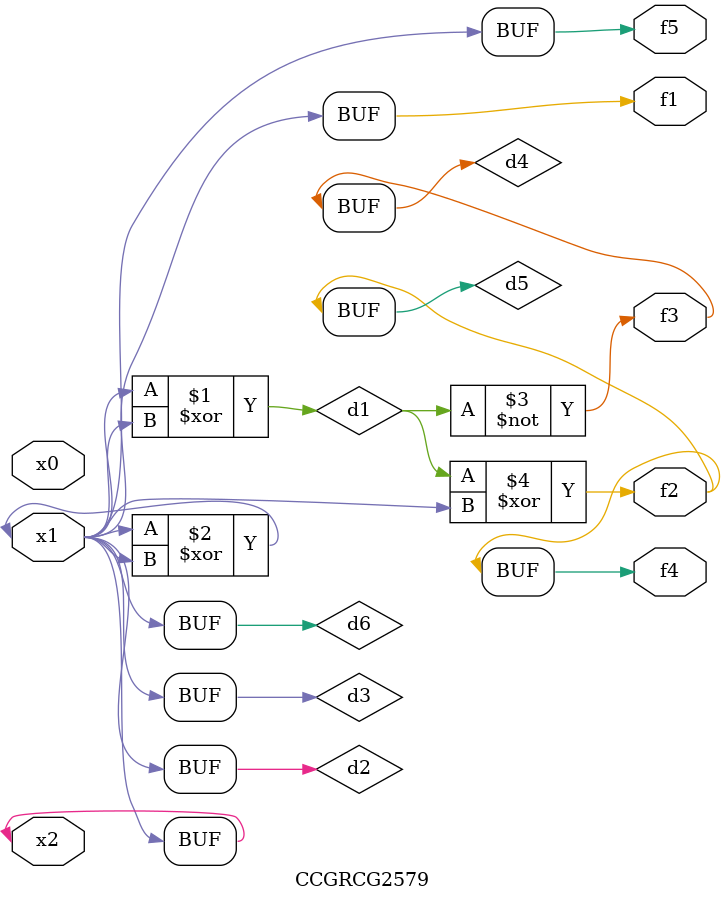
<source format=v>
module CCGRCG2579(
	input x0, x1, x2,
	output f1, f2, f3, f4, f5
);

	wire d1, d2, d3, d4, d5, d6;

	xor (d1, x1, x2);
	buf (d2, x1, x2);
	xor (d3, x1, x2);
	nor (d4, d1);
	xor (d5, d1, d2);
	buf (d6, d2, d3);
	assign f1 = d6;
	assign f2 = d5;
	assign f3 = d4;
	assign f4 = d5;
	assign f5 = d6;
endmodule

</source>
